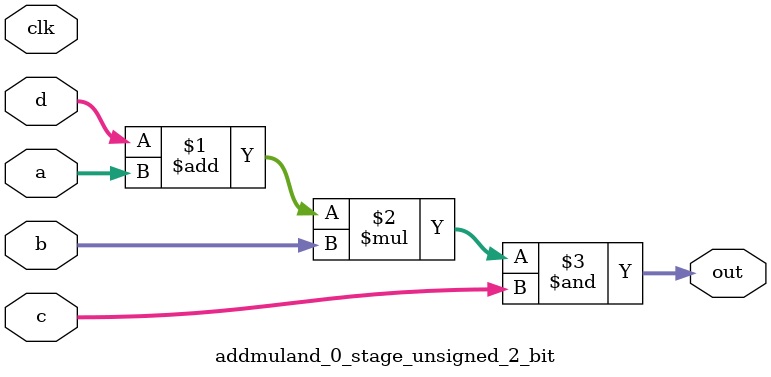
<source format=sv>
(* use_dsp = "yes" *) module addmuland_0_stage_unsigned_2_bit(
	input  [1:0] a,
	input  [1:0] b,
	input  [1:0] c,
	input  [1:0] d,
	output [1:0] out,
	input clk);

	assign out = ((d + a) * b) & c;
endmodule

</source>
